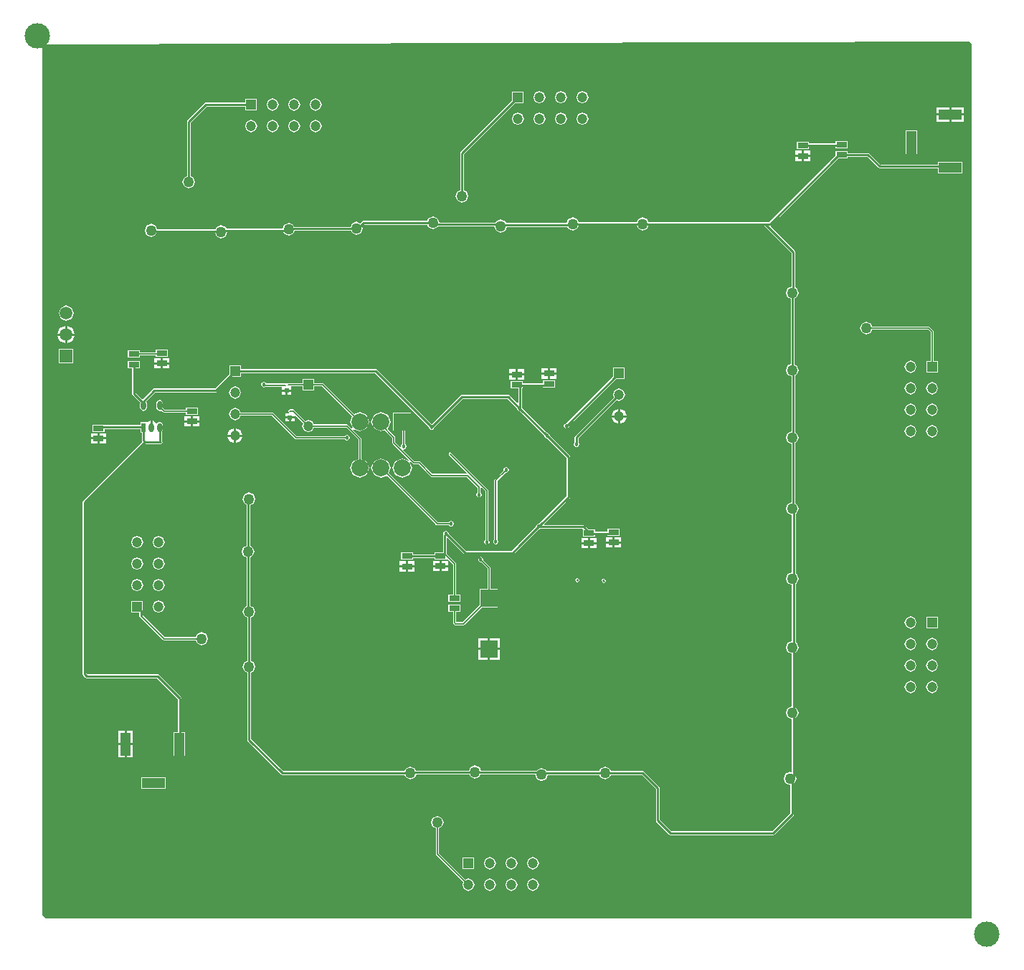
<source format=gbl>
G04*
G04 #@! TF.GenerationSoftware,Altium Limited,Altium Designer,19.1.5 (86)*
G04*
G04 Layer_Physical_Order=2*
G04 Layer_Color=16711680*
%FSLAX25Y25*%
%MOIN*%
G70*
G01*
G75*
%ADD12C,0.01000*%
%ADD13R,0.05118X0.02756*%
%ADD22R,0.02362X0.01968*%
%ADD45C,0.00700*%
%ADD46R,0.05906X0.05906*%
%ADD47C,0.05906*%
%ADD48C,0.07874*%
%ADD49R,0.07874X0.07874*%
%ADD50R,0.10630X0.04724*%
%ADD51R,0.04724X0.10630*%
%ADD52R,0.04724X0.04724*%
%ADD53C,0.04724*%
%ADD54R,0.04724X0.04724*%
%ADD55C,0.11811*%
%ADD56C,0.01800*%
%ADD57C,0.05000*%
%ADD58O,0.02362X0.04331*%
%ADD59R,0.02362X0.04331*%
G36*
X8805Y460500D02*
Y55500D01*
X10306Y54000D01*
X440805D01*
Y461000D01*
X439806Y462000D01*
X8805Y460500D01*
D02*
G37*
%LPC*%
G36*
X239806Y438881D02*
X241843Y438038D01*
X242687Y436000D01*
X241843Y433962D01*
X239806Y433118D01*
X237768Y433962D01*
X236924Y436000D01*
X237768Y438038D01*
X239806Y438881D01*
D02*
G37*
G36*
X249805D02*
X251843Y438038D01*
X252687Y436000D01*
X251843Y433962D01*
X249805Y433118D01*
X247768Y433962D01*
X246924Y436000D01*
X247768Y438038D01*
X249805Y438881D01*
D02*
G37*
G36*
X259805D02*
X261843Y438038D01*
X262687Y436000D01*
X261843Y433962D01*
X259805Y433118D01*
X257768Y433962D01*
X256924Y436000D01*
X257768Y438038D01*
X259805Y438881D01*
D02*
G37*
G36*
X115805Y435382D02*
X117843Y434538D01*
X118687Y432500D01*
X117843Y430462D01*
X115805Y429619D01*
X113768Y430462D01*
X112924Y432500D01*
X113768Y434538D01*
X115805Y435382D01*
D02*
G37*
G36*
X125805D02*
X127843Y434538D01*
X128687Y432500D01*
X127843Y430462D01*
X125805Y429619D01*
X123768Y430462D01*
X122924Y432500D01*
X123768Y434538D01*
X125805Y435382D01*
D02*
G37*
G36*
X135805D02*
X137843Y434538D01*
X138687Y432500D01*
X137843Y430462D01*
X135805Y429619D01*
X133768Y430462D01*
X132924Y432500D01*
X133768Y434538D01*
X135805Y435382D01*
D02*
G37*
G36*
X424490Y431335D02*
X430305D01*
Y428472D01*
X424490D01*
Y431335D01*
D02*
G37*
G36*
X431306D02*
X437120D01*
Y428472D01*
X431306D01*
Y431335D01*
D02*
G37*
G36*
X424490Y427472D02*
X430305D01*
Y424610D01*
X424490D01*
Y427472D01*
D02*
G37*
G36*
X431306D02*
X437120D01*
Y424610D01*
X431306D01*
Y427472D01*
D02*
G37*
G36*
X229805Y428882D02*
X231843Y428038D01*
X232687Y426000D01*
X231843Y423962D01*
X229805Y423118D01*
X227768Y423962D01*
X226924Y426000D01*
X227768Y428038D01*
X229805Y428882D01*
D02*
G37*
G36*
X239806D02*
X241843Y428038D01*
X242687Y426000D01*
X241843Y423962D01*
X239806Y423118D01*
X237768Y423962D01*
X236924Y426000D01*
X237768Y428038D01*
X239806Y428882D01*
D02*
G37*
G36*
X249805D02*
X251843Y428038D01*
X252687Y426000D01*
X251843Y423962D01*
X249805Y423118D01*
X247768Y423962D01*
X246924Y426000D01*
X247768Y428038D01*
X249805Y428882D01*
D02*
G37*
G36*
X259805D02*
X261843Y428038D01*
X262687Y426000D01*
X261843Y423962D01*
X259805Y423118D01*
X257768Y423962D01*
X256924Y426000D01*
X257768Y428038D01*
X259805Y428882D01*
D02*
G37*
G36*
X105806Y425382D02*
X107843Y424538D01*
X108687Y422500D01*
X107843Y420462D01*
X105806Y419619D01*
X103768Y420462D01*
X102924Y422500D01*
X103768Y424538D01*
X105806Y425382D01*
D02*
G37*
G36*
X115805D02*
X117843Y424538D01*
X118687Y422500D01*
X117843Y420462D01*
X115805Y419619D01*
X113768Y420462D01*
X112924Y422500D01*
X113768Y424538D01*
X115805Y425382D01*
D02*
G37*
G36*
X125805D02*
X127843Y424538D01*
X128687Y422500D01*
X127843Y420462D01*
X125805Y419619D01*
X123768Y420462D01*
X122924Y422500D01*
X123768Y424538D01*
X125805Y425382D01*
D02*
G37*
G36*
X135805D02*
X137843Y424538D01*
X138687Y422500D01*
X137843Y420462D01*
X135805Y419619D01*
X133768Y420462D01*
X132924Y422500D01*
X133768Y424538D01*
X135805Y425382D01*
D02*
G37*
G36*
X377447Y415540D02*
X383165D01*
Y412184D01*
X377447D01*
Y412746D01*
X365165D01*
Y411684D01*
X359447D01*
Y415040D01*
X365165D01*
Y414478D01*
X377447D01*
Y415540D01*
D02*
G37*
G36*
X410033Y420595D02*
X415357D01*
Y409365D01*
X410033D01*
Y420595D01*
D02*
G37*
G36*
X358747Y411016D02*
X361806D01*
Y409138D01*
X358747D01*
Y411016D01*
D02*
G37*
G36*
X362806D02*
X365865D01*
Y409138D01*
X362806D01*
Y411016D01*
D02*
G37*
G36*
X358747Y408138D02*
X361806D01*
Y406260D01*
X358747D01*
Y408138D01*
D02*
G37*
G36*
X362806D02*
X365865D01*
Y406260D01*
X362806D01*
Y408138D01*
D02*
G37*
G36*
X103143Y435162D02*
X108468D01*
Y429838D01*
X103143D01*
Y431634D01*
X85164D01*
X77671Y424141D01*
Y399172D01*
X78948Y398643D01*
X79836Y396500D01*
X78948Y394357D01*
X76806Y393469D01*
X74663Y394357D01*
X73775Y396500D01*
X74663Y398643D01*
X75940Y399172D01*
Y424500D01*
X76193Y425112D01*
X84193Y433112D01*
X84806Y433366D01*
X103143D01*
Y435162D01*
D02*
G37*
G36*
X227143Y438662D02*
X232468D01*
Y433338D01*
X228368D01*
X204671Y409641D01*
Y392672D01*
X205948Y392143D01*
X206836Y390000D01*
X205948Y387857D01*
X203805Y386969D01*
X201662Y387857D01*
X200775Y390000D01*
X201662Y392143D01*
X202940Y392672D01*
Y410000D01*
X203193Y410612D01*
X227143Y434562D01*
Y438662D01*
D02*
G37*
G36*
X377447Y410816D02*
X383165D01*
Y410004D01*
X392561D01*
X393174Y409750D01*
X398361Y404563D01*
X425190D01*
Y405831D01*
X436420D01*
Y400507D01*
X425190D01*
Y402831D01*
X398002D01*
X397390Y403085D01*
X392203Y408272D01*
X383165D01*
Y407460D01*
X378671D01*
X347599Y376388D01*
X347423Y376315D01*
X347305Y375725D01*
X358418Y364612D01*
X358671Y364000D01*
Y347465D01*
X359449Y347143D01*
X360336Y345000D01*
X359449Y342857D01*
X358421Y342431D01*
Y311568D01*
X359449Y311143D01*
X360336Y309000D01*
X359449Y306857D01*
X358671Y306535D01*
Y279965D01*
X359449Y279643D01*
X360336Y277500D01*
X359449Y275357D01*
X358671Y275035D01*
Y246965D01*
X359449Y246643D01*
X360336Y244500D01*
X359449Y242357D01*
X358921Y242139D01*
Y214361D01*
X359449Y214143D01*
X360336Y212000D01*
X359449Y209857D01*
X358921Y209639D01*
Y182361D01*
X359449Y182143D01*
X360336Y180000D01*
X359449Y177857D01*
X358853Y177610D01*
Y151890D01*
X359449Y151643D01*
X360336Y149500D01*
X359449Y147357D01*
X358891Y147126D01*
Y120074D01*
X359336Y119000D01*
X358449Y116857D01*
X358171Y116742D01*
Y102500D01*
X357918Y101888D01*
X348918Y92888D01*
X348306Y92634D01*
X300805D01*
X300193Y92888D01*
X294193Y98888D01*
X293940Y99500D01*
Y114141D01*
X287447Y120634D01*
X272977D01*
X272448Y119357D01*
X270305Y118469D01*
X268162Y119357D01*
X267634Y120634D01*
X243792D01*
X242949Y118597D01*
X240806Y117710D01*
X238663Y118597D01*
X237775Y120740D01*
X237679Y120884D01*
X212374D01*
X211948Y119857D01*
X209805Y118969D01*
X207663Y119857D01*
X207237Y120884D01*
X182581D01*
X181948Y119357D01*
X179806Y118469D01*
X177663Y119357D01*
X177134Y120634D01*
X120306D01*
X119693Y120888D01*
X104193Y136388D01*
X103940Y137000D01*
Y168328D01*
X102663Y168857D01*
X101775Y171000D01*
X102663Y173143D01*
X103940Y173672D01*
Y193828D01*
X102663Y194357D01*
X101775Y196500D01*
X102663Y198643D01*
X103690Y199068D01*
Y221724D01*
X102163Y222357D01*
X101275Y224500D01*
X102163Y226643D01*
X103690Y227276D01*
Y246431D01*
X102663Y246857D01*
X101775Y249000D01*
X102663Y251143D01*
X104806Y252031D01*
X106948Y251143D01*
X107836Y249000D01*
X106948Y246857D01*
X105421Y246224D01*
Y227068D01*
X106448Y226643D01*
X107336Y224500D01*
X106448Y222357D01*
X105421Y221932D01*
Y199276D01*
X106948Y198643D01*
X107836Y196500D01*
X106948Y194357D01*
X105671Y193828D01*
Y173672D01*
X106948Y173143D01*
X107836Y171000D01*
X106948Y168857D01*
X105671Y168328D01*
Y137359D01*
X120664Y122366D01*
X177134D01*
X177663Y123643D01*
X179806Y124531D01*
X181948Y123643D01*
X182374Y122616D01*
X207030D01*
X207663Y124143D01*
X209805Y125031D01*
X211948Y124143D01*
X212581Y122616D01*
X238552D01*
X238663Y122883D01*
X240806Y123771D01*
X242949Y122883D01*
X243163Y122366D01*
X267634D01*
X268162Y123643D01*
X270305Y124531D01*
X272448Y123643D01*
X272977Y122366D01*
X287806D01*
X288418Y122112D01*
X295418Y115112D01*
X295671Y114500D01*
Y99859D01*
X301164Y94366D01*
X347947D01*
X356440Y102859D01*
Y115880D01*
X356306Y115969D01*
X354163Y116857D01*
X353275Y119000D01*
X354163Y121143D01*
X356306Y122031D01*
X356744Y121849D01*
X357160Y122127D01*
Y146530D01*
X355163Y147357D01*
X354275Y149500D01*
X355163Y151643D01*
X357121Y152454D01*
Y177046D01*
X355163Y177857D01*
X354275Y180000D01*
X355163Y182143D01*
X357190Y182983D01*
Y209017D01*
X355163Y209857D01*
X354275Y212000D01*
X355163Y214143D01*
X357190Y214983D01*
Y241517D01*
X355163Y242357D01*
X354275Y244500D01*
X355163Y246643D01*
X356940Y247379D01*
Y274621D01*
X355163Y275357D01*
X354275Y277500D01*
X355163Y279643D01*
X356940Y280379D01*
Y306121D01*
X355163Y306857D01*
X354275Y309000D01*
X355163Y311143D01*
X356690Y311776D01*
Y342224D01*
X355163Y342857D01*
X354275Y345000D01*
X355163Y347143D01*
X356940Y347879D01*
Y363641D01*
X344447Y376134D01*
X290477D01*
X289949Y374857D01*
X287806Y373969D01*
X285663Y374857D01*
X285134Y376134D01*
X257978D01*
X257449Y374857D01*
X255306Y373969D01*
X253163Y374857D01*
X252841Y375634D01*
X224685D01*
X223949Y373857D01*
X221806Y372969D01*
X219662Y373857D01*
X218823Y375884D01*
X192667D01*
X192448Y375357D01*
X190305Y374469D01*
X188163Y375357D01*
X187634Y376634D01*
X158321D01*
X157500Y375813D01*
X157836Y375000D01*
X156948Y372857D01*
X154806Y371969D01*
X152663Y372857D01*
X152237Y373884D01*
X126081D01*
X125449Y372357D01*
X123305Y371469D01*
X121162Y372357D01*
X120878Y373043D01*
X94722D01*
X93949Y371176D01*
X91805Y370288D01*
X89662Y371176D01*
X88992Y372794D01*
X61836D01*
X61449Y371857D01*
X59306Y370969D01*
X57162Y371857D01*
X56275Y374000D01*
X57162Y376143D01*
X59306Y377031D01*
X61449Y376143D01*
X62119Y374525D01*
X89275D01*
X89662Y375462D01*
X91805Y376350D01*
X93949Y375462D01*
X94233Y374775D01*
X120389D01*
X121162Y376643D01*
X123305Y377531D01*
X125449Y376643D01*
X125874Y375616D01*
X152030D01*
X152663Y377143D01*
X154806Y378031D01*
X156547Y377309D01*
X157350Y378112D01*
X157962Y378366D01*
X187634D01*
X188163Y379643D01*
X190305Y380531D01*
X192448Y379643D01*
X193288Y377616D01*
X219444D01*
X219662Y378143D01*
X221806Y379031D01*
X223949Y378143D01*
X224270Y377366D01*
X252426D01*
X253163Y379143D01*
X255306Y380031D01*
X257449Y379143D01*
X257978Y377866D01*
X285134D01*
X285663Y379143D01*
X287806Y380031D01*
X289949Y379143D01*
X290477Y377866D01*
X346628D01*
X377447Y408684D01*
Y410816D01*
D02*
G37*
G36*
X19805Y339021D02*
X22295Y337990D01*
X23326Y335500D01*
X22295Y333010D01*
X19805Y331979D01*
X17316Y333010D01*
X16285Y335500D01*
X17316Y337990D01*
X19805Y339021D01*
D02*
G37*
G36*
X19306Y329571D02*
Y326000D01*
X15734D01*
X16780Y328525D01*
X19306Y329571D01*
D02*
G37*
G36*
X20305D02*
X22831Y328525D01*
X23877Y326000D01*
X20305D01*
Y329571D01*
D02*
G37*
G36*
X391806Y331531D02*
X393949Y330643D01*
X394545Y329204D01*
X420806D01*
X421303Y328997D01*
X422803Y327498D01*
X423009Y327000D01*
Y313162D01*
X424968D01*
Y307838D01*
X419643D01*
Y313162D01*
X421602D01*
Y326709D01*
X420514Y327797D01*
X394545D01*
X393949Y326357D01*
X391806Y325469D01*
X389663Y326357D01*
X388775Y328500D01*
X389663Y330643D01*
X391806Y331531D01*
D02*
G37*
G36*
X15734Y325000D02*
X19306D01*
Y321429D01*
X16780Y322475D01*
X15734Y325000D01*
D02*
G37*
G36*
X20305D02*
X23877D01*
X22831Y322475D01*
X20305Y321429D01*
Y325000D01*
D02*
G37*
G36*
X61446Y318540D02*
X67164D01*
Y315184D01*
X61446D01*
Y315909D01*
X54164D01*
Y314684D01*
X48446D01*
Y318040D01*
X54164D01*
Y317316D01*
X61446D01*
Y318540D01*
D02*
G37*
G36*
X60747Y314516D02*
X63806D01*
Y312638D01*
X60747D01*
Y314516D01*
D02*
G37*
G36*
X64806D02*
X67865D01*
Y312638D01*
X64806D01*
Y314516D01*
D02*
G37*
G36*
X16553Y318753D02*
X23058D01*
Y312247D01*
X16553D01*
Y318753D01*
D02*
G37*
G36*
X60747Y311638D02*
X63806D01*
Y309760D01*
X60747D01*
Y311638D01*
D02*
G37*
G36*
X64806D02*
X67865D01*
Y309760D01*
X64806D01*
Y311638D01*
D02*
G37*
G36*
X240746Y309740D02*
X243806D01*
Y307862D01*
X240746D01*
Y309740D01*
D02*
G37*
G36*
X244806D02*
X247865D01*
Y307862D01*
X244806D01*
Y309740D01*
D02*
G37*
G36*
X412305Y313382D02*
X414343Y312538D01*
X415187Y310500D01*
X414343Y308462D01*
X412305Y307618D01*
X410268Y308462D01*
X409424Y310500D01*
X410268Y312538D01*
X412305Y313382D01*
D02*
G37*
G36*
X225746Y309378D02*
X228805D01*
Y307500D01*
X225746D01*
Y309378D01*
D02*
G37*
G36*
X229805D02*
X232865D01*
Y307500D01*
X229805D01*
Y309378D01*
D02*
G37*
G36*
X240746Y306862D02*
X243806D01*
Y304984D01*
X240746D01*
Y306862D01*
D02*
G37*
G36*
X244806D02*
X247865D01*
Y304984D01*
X244806D01*
Y306862D01*
D02*
G37*
G36*
X225746Y306500D02*
X228805D01*
Y304622D01*
X225746D01*
Y306500D01*
D02*
G37*
G36*
X229805D02*
X232865D01*
Y304622D01*
X229805D01*
Y306500D01*
D02*
G37*
G36*
X129643Y304954D02*
X134968D01*
Y302995D01*
X139014D01*
X139512Y302789D01*
X153766Y288534D01*
X156306Y289586D01*
X159548Y288243D01*
X160892Y285000D01*
X159548Y281757D01*
X156306Y280414D01*
X153383Y281624D01*
X153100Y281200D01*
X156803Y277498D01*
X157009Y277000D01*
Y267641D01*
X159548Y266589D01*
X160892Y263347D01*
X159548Y260104D01*
X156306Y258760D01*
X153063Y260104D01*
X151719Y263347D01*
X153063Y266589D01*
X155602Y267641D01*
Y276709D01*
X150014Y282296D01*
X134896D01*
X134343Y280962D01*
X132306Y280118D01*
X130268Y280962D01*
X129424Y283000D01*
X129976Y284334D01*
X126449Y287862D01*
X125987Y287671D01*
Y287500D01*
X123805D01*
X121624D01*
Y288984D01*
X123253D01*
X123352Y289484D01*
X123308Y289503D01*
X123102Y290000D01*
X123308Y290497D01*
X123805Y290704D01*
X125305D01*
X125803Y290497D01*
X130972Y285329D01*
X132306Y285881D01*
X134343Y285038D01*
X134896Y283703D01*
X150305D01*
X150803Y283498D01*
X152506Y281795D01*
X152930Y282078D01*
X151719Y285000D01*
X152771Y287539D01*
X138723Y301588D01*
X134968D01*
Y299629D01*
X129643D01*
Y301588D01*
X124944D01*
X124487Y301484D01*
Y300000D01*
X122306D01*
X120124D01*
Y301296D01*
X112539D01*
X111805Y300992D01*
X110887Y301373D01*
X110507Y302291D01*
X110887Y303210D01*
X111805Y303590D01*
X112724Y303210D01*
X112934Y302703D01*
X121806D01*
X122303Y302498D01*
X122468Y302671D01*
X122517Y302789D01*
X123014Y302995D01*
X129643D01*
Y304954D01*
D02*
G37*
G36*
X412305Y303381D02*
X414343Y302538D01*
X415187Y300500D01*
X414343Y298462D01*
X412305Y297619D01*
X410268Y298462D01*
X409424Y300500D01*
X410268Y302538D01*
X412305Y303381D01*
D02*
G37*
G36*
X422305D02*
X424343Y302538D01*
X425187Y300500D01*
X424343Y298462D01*
X422305Y297619D01*
X420268Y298462D01*
X419424Y300500D01*
X420268Y302538D01*
X422305Y303381D01*
D02*
G37*
G36*
X120124Y299000D02*
X121806D01*
Y297516D01*
X120124D01*
Y299000D01*
D02*
G37*
G36*
X122806D02*
X124487D01*
Y297516D01*
X122806D01*
Y299000D01*
D02*
G37*
G36*
X98305Y301381D02*
X100343Y300538D01*
X101187Y298500D01*
X100343Y296462D01*
X98305Y295619D01*
X96268Y296462D01*
X95424Y298500D01*
X96268Y300538D01*
X98305Y301381D01*
D02*
G37*
G36*
X48446Y313316D02*
X54164D01*
Y309960D01*
X52171D01*
Y298343D01*
X55298Y295217D01*
X60193Y300112D01*
X60805Y300366D01*
X88947D01*
X95643Y307062D01*
Y311162D01*
X100968D01*
Y309366D01*
X163805D01*
X164418Y309112D01*
X189753Y283777D01*
X189805Y283799D01*
X189858Y283777D01*
X203193Y297112D01*
X203805Y297366D01*
X225306D01*
X225918Y297112D01*
X229478Y293552D01*
X229940Y293744D01*
Y300598D01*
X226447D01*
Y303954D01*
X232165D01*
Y302754D01*
X241446D01*
Y304316D01*
X247165D01*
Y300960D01*
X241446D01*
Y301022D01*
X232165D01*
Y300598D01*
X231671D01*
Y291940D01*
X231724Y291918D01*
X232104Y291000D01*
X232083Y290948D01*
X243253Y279777D01*
X243305Y279799D01*
X244224Y279418D01*
X244604Y278500D01*
X244583Y278448D01*
X253918Y269112D01*
X254171Y268500D01*
Y250000D01*
X253918Y249388D01*
X241923Y237393D01*
X242114Y236931D01*
X260240D01*
X260853Y236678D01*
X262628Y234902D01*
X265665D01*
Y233866D01*
X271446D01*
Y235178D01*
X277165D01*
Y231822D01*
X271446D01*
Y232134D01*
X265665D01*
Y231546D01*
X259946D01*
Y234902D01*
X259569Y235199D01*
X240311D01*
X240289Y235147D01*
X239371Y234766D01*
X239318Y234788D01*
X231418Y226888D01*
X231418Y226888D01*
X227918Y223388D01*
X227306Y223134D01*
X205306D01*
X204693Y223388D01*
X197192Y230889D01*
X196730Y230697D01*
Y223507D01*
X200803Y219434D01*
X201009Y218937D01*
Y204540D01*
X203165D01*
Y201184D01*
X197447D01*
Y204540D01*
X199602D01*
Y218646D01*
X197126Y221121D01*
X196665Y220930D01*
Y220822D01*
X190946D01*
Y221565D01*
X181165D01*
Y220684D01*
X175446D01*
Y222346D01*
X175440Y222362D01*
X175446Y222379D01*
Y224040D01*
X181165D01*
Y223297D01*
X190946D01*
Y224178D01*
X194999D01*
Y232343D01*
X195139Y232681D01*
X195007Y233000D01*
X195387Y233918D01*
X196306Y234299D01*
X197224Y233918D01*
X197604Y233000D01*
X197583Y232947D01*
X205664Y224866D01*
X226947D01*
X230193Y228112D01*
X230193Y228112D01*
X238094Y236013D01*
X238072Y236065D01*
X238452Y236984D01*
X239371Y237364D01*
X239423Y237342D01*
X252440Y250359D01*
Y268141D01*
X243358Y277223D01*
X243305Y277201D01*
X242387Y277582D01*
X242007Y278500D01*
X242028Y278553D01*
X230858Y289723D01*
X230805Y289701D01*
X229887Y290082D01*
X229507Y291000D01*
X229528Y291053D01*
X224947Y295634D01*
X204164D01*
X191083Y282553D01*
X191104Y282500D01*
X190724Y281582D01*
X189805Y281201D01*
X188887Y281582D01*
X188507Y282500D01*
X188528Y282553D01*
X163447Y307634D01*
X100968D01*
Y305838D01*
X96868D01*
X89918Y298888D01*
X89306Y298634D01*
X61164D01*
X57000Y294470D01*
X57409Y293484D01*
Y291516D01*
X56939Y290382D01*
X55805Y289913D01*
X54672Y290382D01*
X54202Y291516D01*
Y293484D01*
X54313Y293752D01*
X50693Y297372D01*
X50440Y297984D01*
Y309960D01*
X48446D01*
Y313316D01*
D02*
G37*
G36*
X63286Y295087D02*
X64419Y294618D01*
X64889Y293484D01*
Y291516D01*
X64819Y291346D01*
X65599Y290566D01*
X75446D01*
Y291540D01*
X81164D01*
Y288184D01*
X75446D01*
Y289159D01*
X65308D01*
X64811Y289365D01*
X63977Y290199D01*
X63286Y289913D01*
X62152Y290382D01*
X61683Y291516D01*
Y293484D01*
X62152Y294618D01*
X63286Y295087D01*
D02*
G37*
G36*
X276306Y290932D02*
Y288000D01*
X273373D01*
X274232Y290073D01*
X276306Y290932D01*
D02*
G37*
G36*
X277306D02*
X279379Y290073D01*
X280238Y288000D01*
X277306D01*
Y290932D01*
D02*
G37*
G36*
X412305Y293382D02*
X414343Y292538D01*
X415187Y290500D01*
X414343Y288462D01*
X412305Y287618D01*
X410268Y288462D01*
X409424Y290500D01*
X410268Y292538D01*
X412305Y293382D01*
D02*
G37*
G36*
X422305D02*
X424343Y292538D01*
X425187Y290500D01*
X424343Y288462D01*
X422305Y287618D01*
X420268Y288462D01*
X419424Y290500D01*
X420268Y292538D01*
X422305Y293382D01*
D02*
G37*
G36*
X74747Y287516D02*
X77806D01*
Y285638D01*
X74747D01*
Y287516D01*
D02*
G37*
G36*
X78806D02*
X81865D01*
Y285638D01*
X78806D01*
Y287516D01*
D02*
G37*
G36*
X98305Y291382D02*
X100343Y290538D01*
X100896Y289204D01*
X115749D01*
X116246Y288998D01*
X127040Y278204D01*
X149298D01*
X149387Y278418D01*
X150305Y278799D01*
X151224Y278418D01*
X151604Y277500D01*
X151224Y276582D01*
X150305Y276201D01*
X149387Y276582D01*
X149298Y276797D01*
X126749D01*
X126251Y277003D01*
X115457Y287796D01*
X100896D01*
X100343Y286462D01*
X98305Y285618D01*
X96268Y286462D01*
X95424Y288500D01*
X96268Y290538D01*
X98305Y291382D01*
D02*
G37*
G36*
X121624Y286500D02*
X123305D01*
Y285016D01*
X121624D01*
Y286500D01*
D02*
G37*
G36*
X124305D02*
X125987D01*
Y285016D01*
X124305D01*
Y286500D01*
D02*
G37*
G36*
X273373Y287000D02*
X276306D01*
Y284068D01*
X274232Y284927D01*
X273373Y287000D01*
D02*
G37*
G36*
X277306D02*
X280238D01*
X279379Y284927D01*
X277306Y284068D01*
Y287000D01*
D02*
G37*
G36*
X74747Y284638D02*
X77806D01*
Y282760D01*
X74747D01*
Y284638D01*
D02*
G37*
G36*
X78806D02*
X81865D01*
Y282760D01*
X78806D01*
Y284638D01*
D02*
G37*
G36*
X59046Y285402D02*
Y282264D01*
X60046D01*
Y285402D01*
X61215Y284917D01*
X61545Y284122D01*
X62045D01*
X62152Y284382D01*
X63286Y284851D01*
X64419Y284382D01*
X64889Y283248D01*
Y281279D01*
X64419Y280146D01*
X64412Y280143D01*
Y275918D01*
X64586Y275500D01*
X64332Y274888D01*
X63720Y274634D01*
X56750D01*
X29171Y247056D01*
Y167859D01*
X29664Y167366D01*
X62305D01*
X62918Y167112D01*
X73221Y156809D01*
X73475Y156197D01*
Y140615D01*
X74968D01*
Y129385D01*
X69643D01*
Y140615D01*
X71743D01*
Y155838D01*
X61947Y165634D01*
X29305D01*
X28693Y165888D01*
X27693Y166888D01*
X27440Y167500D01*
Y247414D01*
X27693Y248026D01*
X55178Y275511D01*
X54940Y276086D01*
Y279798D01*
X54324D01*
Y281634D01*
X37665D01*
Y280322D01*
X31946D01*
Y283678D01*
X37665D01*
Y283366D01*
X54324D01*
Y284729D01*
X57287D01*
Y284729D01*
X57759Y284635D01*
X57876Y284917D01*
X59046Y285402D01*
D02*
G37*
G36*
X274143Y310162D02*
X279468D01*
Y304838D01*
X275368D01*
X253583Y283052D01*
X253604Y283000D01*
X253224Y282082D01*
X252306Y281701D01*
X251387Y282082D01*
X251007Y283000D01*
X251387Y283918D01*
X252306Y284299D01*
X252358Y284277D01*
X274143Y306062D01*
Y310162D01*
D02*
G37*
G36*
X97806Y281932D02*
Y279000D01*
X94873D01*
X95732Y281073D01*
X97806Y281932D01*
D02*
G37*
G36*
X98805D02*
X100879Y281073D01*
X101738Y279000D01*
X98805D01*
Y281932D01*
D02*
G37*
G36*
X31246Y279654D02*
X34306D01*
Y277776D01*
X31246D01*
Y279654D01*
D02*
G37*
G36*
X35306D02*
X38365D01*
Y277776D01*
X35306D01*
Y279654D01*
D02*
G37*
G36*
X412305Y283382D02*
X414343Y282538D01*
X415187Y280500D01*
X414343Y278462D01*
X412305Y277619D01*
X410268Y278462D01*
X409424Y280500D01*
X410268Y282538D01*
X412305Y283382D01*
D02*
G37*
G36*
X422305D02*
X424343Y282538D01*
X425187Y280500D01*
X424343Y278462D01*
X422305Y277619D01*
X420268Y278462D01*
X419424Y280500D01*
X420268Y282538D01*
X422305Y283382D01*
D02*
G37*
G36*
X94873Y278000D02*
X97806D01*
Y275068D01*
X95732Y275927D01*
X94873Y278000D01*
D02*
G37*
G36*
X98805D02*
X101738D01*
X100879Y275927D01*
X98805Y275068D01*
Y278000D01*
D02*
G37*
G36*
X31246Y276776D02*
X34306D01*
Y274898D01*
X31246D01*
Y276776D01*
D02*
G37*
G36*
X35306D02*
X38365D01*
Y274898D01*
X35306D01*
Y276776D01*
D02*
G37*
G36*
X166148Y289586D02*
X169391Y288243D01*
X170734Y285000D01*
X169391Y281757D01*
X169333Y281467D01*
X172678Y278122D01*
X172884Y277625D01*
Y275416D01*
X175082Y273218D01*
X175507Y273500D01*
X175887Y274418D01*
X176102Y274507D01*
Y280763D01*
X171754D01*
Y289237D01*
X180227D01*
Y280763D01*
X177509D01*
Y274507D01*
X177724Y274418D01*
X178104Y273500D01*
X177724Y272582D01*
X176805Y272201D01*
X176524Y271777D01*
X181722Y266579D01*
X183931D01*
X184428Y266372D01*
X190097Y260703D01*
X205900D01*
X206107Y261204D01*
X197808Y269502D01*
X197602Y270000D01*
X197808Y270497D01*
X198305Y270704D01*
X198803Y270497D01*
X215803Y253498D01*
X216009Y253000D01*
Y230008D01*
X216224Y229918D01*
X216604Y229000D01*
X216224Y228082D01*
X215305Y227701D01*
X214387Y228082D01*
X214007Y229000D01*
X214387Y229918D01*
X214602Y230008D01*
Y252709D01*
X213009Y254302D01*
X212509Y254094D01*
Y252008D01*
X212724Y251918D01*
X213104Y251000D01*
X212724Y250082D01*
X211806Y249701D01*
X210887Y250082D01*
X210507Y251000D01*
X210887Y251918D01*
X211102Y252008D01*
Y254209D01*
X206014Y259296D01*
X189805D01*
X189308Y259503D01*
X183639Y265172D01*
X181430D01*
X180933Y265377D01*
X179812Y266498D01*
X179388Y266215D01*
X180577Y263347D01*
X179233Y260104D01*
X175990Y258760D01*
X172748Y260104D01*
X171404Y263347D01*
X172748Y266589D01*
X175990Y267933D01*
X178859Y266744D01*
X179142Y267168D01*
X171683Y274627D01*
X171477Y275125D01*
Y277334D01*
X167738Y281072D01*
X166148Y280414D01*
X162905Y281757D01*
X161562Y285000D01*
X162905Y288243D01*
X166148Y289586D01*
D02*
G37*
G36*
X276805Y300381D02*
X278843Y299538D01*
X279687Y297500D01*
X278843Y295462D01*
X276805Y294619D01*
X275634Y295104D01*
X257899Y277369D01*
Y275332D01*
X257951Y275310D01*
X258332Y274392D01*
X257951Y273474D01*
X257033Y273093D01*
X256115Y273474D01*
X255734Y274392D01*
X256115Y275310D01*
X256167Y275332D01*
Y277727D01*
X256421Y278340D01*
X274409Y296328D01*
X273924Y297500D01*
X274768Y299538D01*
X276805Y300381D01*
D02*
G37*
G36*
X166148Y267933D02*
X169391Y266589D01*
X170734Y263347D01*
X169773Y261027D01*
X192597Y238204D01*
X197798D01*
X197887Y238418D01*
X198805Y238799D01*
X199724Y238418D01*
X200104Y237500D01*
X199724Y236582D01*
X198805Y236201D01*
X197887Y236582D01*
X197798Y236796D01*
X192306D01*
X191808Y237002D01*
X168907Y259903D01*
X166148Y258760D01*
X162905Y260104D01*
X161562Y263347D01*
X162905Y266589D01*
X166148Y267933D01*
D02*
G37*
G36*
X270746Y231153D02*
X273805D01*
Y229276D01*
X270746D01*
Y231153D01*
D02*
G37*
G36*
X274805D02*
X277865D01*
Y229276D01*
X274805D01*
Y231153D01*
D02*
G37*
G36*
X259246Y230878D02*
X262305D01*
Y229000D01*
X259246D01*
Y230878D01*
D02*
G37*
G36*
X263305D02*
X266365D01*
Y229000D01*
X263305D01*
Y230878D01*
D02*
G37*
G36*
X224306Y263799D02*
X225224Y263418D01*
X225604Y262500D01*
X225224Y261582D01*
X224306Y261201D01*
X224091Y261290D01*
X220259Y257459D01*
Y230258D01*
X220474Y230168D01*
X220854Y229250D01*
X220474Y228332D01*
X219555Y227951D01*
X218637Y228332D01*
X218257Y229250D01*
X218637Y230168D01*
X218852Y230258D01*
Y257750D01*
X219058Y258247D01*
X223096Y262285D01*
X223007Y262500D01*
X223387Y263418D01*
X224306Y263799D01*
D02*
G37*
G36*
X270746Y228276D02*
X273805D01*
Y226398D01*
X270746D01*
Y228276D01*
D02*
G37*
G36*
X274805D02*
X277865D01*
Y226398D01*
X274805D01*
Y228276D01*
D02*
G37*
G36*
X259246Y228000D02*
X262305D01*
Y226122D01*
X259246D01*
Y228000D01*
D02*
G37*
G36*
X263305D02*
X266365D01*
Y226122D01*
X263305D01*
Y228000D01*
D02*
G37*
G36*
X52806Y231881D02*
X54843Y231038D01*
X55687Y229000D01*
X54843Y226962D01*
X52806Y226118D01*
X50768Y226962D01*
X49924Y229000D01*
X50768Y231038D01*
X52806Y231881D01*
D02*
G37*
G36*
X62805D02*
X64843Y231038D01*
X65687Y229000D01*
X64843Y226962D01*
X62805Y226118D01*
X60768Y226962D01*
X59924Y229000D01*
X60768Y231038D01*
X62805Y231881D01*
D02*
G37*
G36*
X212556Y222049D02*
X213474Y221668D01*
X213854Y220750D01*
X213765Y220535D01*
X216803Y217497D01*
X217009Y217000D01*
Y207048D01*
X220543D01*
Y198574D01*
X213064D01*
X204992Y190503D01*
X204495Y190296D01*
X200891D01*
X200394Y190503D01*
X199808Y191088D01*
X199602Y191586D01*
Y196460D01*
X197447D01*
Y199816D01*
X203165D01*
Y196460D01*
X201009D01*
Y191877D01*
X201183Y191703D01*
X204203D01*
X212069Y199569D01*
Y207048D01*
X215602D01*
Y216709D01*
X212770Y219540D01*
X212556Y219451D01*
X211637Y219832D01*
X211257Y220750D01*
X211637Y221668D01*
X212556Y222049D01*
D02*
G37*
G36*
X190246Y220153D02*
X193306D01*
Y218276D01*
X190246D01*
Y220153D01*
D02*
G37*
G36*
X194306D02*
X197365D01*
Y218276D01*
X194306D01*
Y220153D01*
D02*
G37*
G36*
X174747Y220016D02*
X177805D01*
Y218138D01*
X174747D01*
Y220016D01*
D02*
G37*
G36*
X178805D02*
X181865D01*
Y218138D01*
X178805D01*
Y220016D01*
D02*
G37*
G36*
X52806Y221882D02*
X54843Y221038D01*
X55687Y219000D01*
X54843Y216962D01*
X52806Y216119D01*
X50768Y216962D01*
X49924Y219000D01*
X50768Y221038D01*
X52806Y221882D01*
D02*
G37*
G36*
X62805D02*
X64843Y221038D01*
X65687Y219000D01*
X64843Y216962D01*
X62805Y216119D01*
X60768Y216962D01*
X59924Y219000D01*
X60768Y221038D01*
X62805Y221882D01*
D02*
G37*
G36*
X190246Y217276D02*
X193306D01*
Y215398D01*
X190246D01*
Y217276D01*
D02*
G37*
G36*
X194306D02*
X197365D01*
Y215398D01*
X194306D01*
Y217276D01*
D02*
G37*
G36*
X174747Y217138D02*
X177805D01*
Y215260D01*
X174747D01*
Y217138D01*
D02*
G37*
G36*
X178805D02*
X181865D01*
Y215260D01*
X178805D01*
Y217138D01*
D02*
G37*
G36*
X257306Y212228D02*
X257918Y211975D01*
X258168Y211724D01*
X258421Y211112D01*
X258168Y210500D01*
X257556Y210246D01*
X256943Y210500D01*
X256693Y210750D01*
X256440Y211362D01*
X256693Y211975D01*
X257306Y212228D01*
D02*
G37*
G36*
X269555Y211978D02*
X270168Y211724D01*
X270418Y211474D01*
X270671Y210862D01*
X270418Y210250D01*
X269806Y209996D01*
X269193Y210250D01*
X268943Y210500D01*
X268690Y211112D01*
X268943Y211724D01*
X269555Y211978D01*
D02*
G37*
G36*
X52806Y211881D02*
X54843Y211038D01*
X55687Y209000D01*
X54843Y206962D01*
X52806Y206118D01*
X50768Y206962D01*
X49924Y209000D01*
X50768Y211038D01*
X52806Y211881D01*
D02*
G37*
G36*
X62805D02*
X64843Y211038D01*
X65687Y209000D01*
X64843Y206962D01*
X62805Y206118D01*
X60768Y206962D01*
X59924Y209000D01*
X60768Y211038D01*
X62805Y211881D01*
D02*
G37*
G36*
Y201882D02*
X64843Y201038D01*
X65687Y199000D01*
X64843Y196962D01*
X62805Y196118D01*
X60768Y196962D01*
X59924Y199000D01*
X60768Y201038D01*
X62805Y201882D01*
D02*
G37*
G36*
X419643Y194162D02*
X424968D01*
Y188838D01*
X419643D01*
Y194162D01*
D02*
G37*
G36*
X412305Y194381D02*
X414343Y193538D01*
X415187Y191500D01*
X414343Y189462D01*
X412305Y188619D01*
X410268Y189462D01*
X409424Y191500D01*
X410268Y193538D01*
X412305Y194381D01*
D02*
G37*
G36*
X50143Y201662D02*
X55468D01*
Y197297D01*
X55534Y197138D01*
Y194767D01*
X65597Y184704D01*
X80066D01*
X80663Y186143D01*
X82806Y187031D01*
X84948Y186143D01*
X85836Y184000D01*
X84948Y181857D01*
X82806Y180969D01*
X80663Y181857D01*
X80066Y183297D01*
X65306D01*
X64808Y183502D01*
X54447Y193863D01*
X54055Y194026D01*
X53802Y194638D01*
Y196338D01*
X50143D01*
Y201662D01*
D02*
G37*
G36*
X211368Y184126D02*
X215806D01*
Y179689D01*
X211368D01*
Y184126D01*
D02*
G37*
G36*
X216806D02*
X221242D01*
Y179689D01*
X216806D01*
Y184126D01*
D02*
G37*
G36*
X412305Y184381D02*
X414343Y183538D01*
X415187Y181500D01*
X414343Y179462D01*
X412305Y178619D01*
X410268Y179462D01*
X409424Y181500D01*
X410268Y183538D01*
X412305Y184381D01*
D02*
G37*
G36*
X422305D02*
X424343Y183538D01*
X425187Y181500D01*
X424343Y179462D01*
X422305Y178619D01*
X420268Y179462D01*
X419424Y181500D01*
X420268Y183538D01*
X422305Y184381D01*
D02*
G37*
G36*
X211368Y178689D02*
X215806D01*
Y174252D01*
X211368D01*
Y178689D01*
D02*
G37*
G36*
X216806D02*
X221242D01*
Y174252D01*
X216806D01*
Y178689D01*
D02*
G37*
G36*
X412305Y174381D02*
X414343Y173538D01*
X415187Y171500D01*
X414343Y169462D01*
X412305Y168619D01*
X410268Y169462D01*
X409424Y171500D01*
X410268Y173538D01*
X412305Y174381D01*
D02*
G37*
G36*
X422305D02*
X424343Y173538D01*
X425187Y171500D01*
X424343Y169462D01*
X422305Y168619D01*
X420268Y169462D01*
X419424Y171500D01*
X420268Y173538D01*
X422305Y174381D01*
D02*
G37*
G36*
X412305Y164382D02*
X414343Y163538D01*
X415187Y161500D01*
X414343Y159462D01*
X412305Y158618D01*
X410268Y159462D01*
X409424Y161500D01*
X410268Y163538D01*
X412305Y164382D01*
D02*
G37*
G36*
X422305D02*
X424343Y163538D01*
X425187Y161500D01*
X424343Y159462D01*
X422305Y158618D01*
X420268Y159462D01*
X419424Y161500D01*
X420268Y163538D01*
X422305Y164382D01*
D02*
G37*
G36*
X44140Y141315D02*
X47002D01*
Y135500D01*
X44140D01*
Y141315D01*
D02*
G37*
G36*
X48002D02*
X50865D01*
Y135500D01*
X48002D01*
Y141315D01*
D02*
G37*
G36*
X44140Y134500D02*
X47002D01*
Y128685D01*
X44140D01*
Y134500D01*
D02*
G37*
G36*
X48002D02*
X50865D01*
Y128685D01*
X48002D01*
Y134500D01*
D02*
G37*
G36*
X54879Y119552D02*
X66109D01*
Y114228D01*
X54879D01*
Y119552D01*
D02*
G37*
G36*
X204143Y82162D02*
X209468D01*
Y76838D01*
X204143D01*
Y82162D01*
D02*
G37*
G36*
X216806Y82381D02*
X218843Y81538D01*
X219687Y79500D01*
X218843Y77462D01*
X216806Y76618D01*
X214768Y77462D01*
X213924Y79500D01*
X214768Y81538D01*
X216806Y82381D01*
D02*
G37*
G36*
X226805D02*
X228843Y81538D01*
X229687Y79500D01*
X228843Y77462D01*
X226805Y76618D01*
X224768Y77462D01*
X223924Y79500D01*
X224768Y81538D01*
X226805Y82381D01*
D02*
G37*
G36*
X236806D02*
X238843Y81538D01*
X239687Y79500D01*
X238843Y77462D01*
X236806Y76618D01*
X234768Y77462D01*
X233924Y79500D01*
X234768Y81538D01*
X236806Y82381D01*
D02*
G37*
G36*
X192306Y101531D02*
X194448Y100643D01*
X195336Y98500D01*
X194448Y96357D01*
X193009Y95761D01*
Y84291D01*
X205471Y71829D01*
X206805Y72382D01*
X208843Y71538D01*
X209687Y69500D01*
X208843Y67462D01*
X206805Y66619D01*
X204768Y67462D01*
X203924Y69500D01*
X204476Y70834D01*
X191808Y83503D01*
X191602Y84000D01*
Y95761D01*
X190163Y96357D01*
X189275Y98500D01*
X190163Y100643D01*
X192306Y101531D01*
D02*
G37*
G36*
X216806Y72382D02*
X218843Y71538D01*
X219687Y69500D01*
X218843Y67462D01*
X216806Y66619D01*
X214768Y67462D01*
X213924Y69500D01*
X214768Y71538D01*
X216806Y72382D01*
D02*
G37*
G36*
X226805D02*
X228843Y71538D01*
X229687Y69500D01*
X228843Y67462D01*
X226805Y66619D01*
X224768Y67462D01*
X223924Y69500D01*
X224768Y71538D01*
X226805Y72382D01*
D02*
G37*
G36*
X236806D02*
X238843Y71538D01*
X239687Y69500D01*
X238843Y67462D01*
X236806Y66619D01*
X234768Y67462D01*
X233924Y69500D01*
X234768Y71538D01*
X236806Y72382D01*
D02*
G37*
%LPD*%
D12*
X362556Y413612D02*
X362305Y413362D01*
X380055Y413612D02*
X362556D01*
X380306Y413862D02*
X380055Y413612D01*
X263305Y233000D02*
X260240Y236065D01*
X273306Y233000D02*
X263305D01*
X231556Y301888D02*
X230805Y301138D01*
X176805Y284185D02*
X175990Y285000D01*
X163805Y308500D02*
X98305D01*
X189805Y282500D02*
X163805Y308500D01*
X98305D02*
X89306Y299500D01*
X60805D02*
X55298Y293992D01*
X89306Y299500D02*
X60805D01*
X51556Y316612D02*
X51306Y316362D01*
X64306Y316862D02*
X64056Y316612D01*
X428305Y403697D02*
X398002D01*
X346987Y377000D02*
X344806D01*
X379124Y409138D02*
X346987Y377000D01*
X380306Y409138D02*
X379124D01*
X357556Y308250D02*
Y344750D01*
X357805Y244500D02*
Y308000D01*
X270305Y121500D02*
X240806D01*
X357306Y102500D02*
Y119500D01*
X398002Y403697D02*
X392561Y409138D01*
X380306D01*
X55298Y293992D02*
X51306Y297984D01*
X55805Y293484D02*
X55298Y293992D01*
X55569Y282500D02*
X34806D01*
X56391Y275500D02*
X28306Y247414D01*
Y167500D02*
Y247414D01*
X29305Y166500D02*
X28306Y167500D01*
X62305Y166500D02*
X29305D01*
X72609Y156197D02*
X62305Y166500D01*
X72609Y139500D02*
Y156197D01*
X51306Y297984D02*
Y311638D01*
X63547Y275500D02*
X56391D01*
X63720D02*
X63547D01*
Y282003D01*
X63286Y282264D01*
X56391Y275500D02*
X55805Y276086D01*
Y282264D01*
X55569Y282500D01*
X72609Y139500D02*
X72109Y139000D01*
X196306Y232784D02*
Y233000D01*
Y232784D02*
X195865Y232343D01*
Y223378D02*
Y232343D01*
Y223378D02*
X194987Y222500D01*
X193806D01*
X178374Y222431D02*
X178305Y222362D01*
X193737Y222431D02*
X178374D01*
X193806Y222500D02*
X193737Y222431D01*
X205306Y224000D02*
X196306Y233000D01*
X227306Y224000D02*
X205306D01*
X230805Y227500D02*
X227306Y224000D01*
X230805Y227500D02*
Y227500D01*
X239371Y236065D02*
X230805Y227500D01*
X253306Y250000D02*
X239371Y236065D01*
X253306Y250000D02*
Y268500D01*
X243305Y278500D01*
X276805Y307500D02*
X252306Y283000D01*
X274306Y233500D02*
X273124D01*
X260240Y236065D02*
X239371D01*
X276805Y297500D02*
X257033Y277727D01*
Y274392D02*
Y277727D01*
X225306Y296500D02*
X203805D01*
X189805Y282500D01*
X230805Y291000D02*
X225306Y296500D01*
X243305Y278500D02*
X230805Y291000D01*
Y301138D01*
X243555Y301888D02*
X231556D01*
X243806Y302138D02*
X243555Y301888D01*
X176374Y222431D02*
X176305Y222362D01*
X257556Y211112D02*
X257306Y211362D01*
X269806Y210862D02*
X269555Y211112D01*
X104806Y249000D02*
X104555Y248750D01*
Y224750D02*
Y248750D01*
Y224750D02*
X104306Y224500D01*
X91805Y373319D02*
X91465Y373659D01*
X59646D01*
X59306Y374000D01*
X104806Y137000D02*
Y171000D01*
X120306Y121500D02*
X104806Y137000D01*
X179806Y121500D02*
X120306D01*
X287806D02*
X270305D01*
X294806Y114500D02*
X287806Y121500D01*
X294806Y99500D02*
Y114500D01*
X300805Y93500D02*
X294806Y99500D01*
X348306Y93500D02*
X300805D01*
X357306Y102500D02*
X348306Y93500D01*
X357805Y345500D02*
Y364000D01*
Y345500D02*
X357306Y345000D01*
X357805Y364000D02*
X344806Y377000D01*
X287806D01*
X180055Y121750D02*
X179806Y121500D01*
X209556Y121750D02*
X180055D01*
X209805Y122000D02*
X209556Y121750D01*
X210055D02*
X209805Y122000D01*
X240556Y121750D02*
X210055D01*
X240806Y121500D02*
X240556Y121750D01*
X54668Y194638D02*
Y197138D01*
X52806Y199000D01*
X104806Y196500D02*
X104555Y196750D01*
Y224250D01*
X104306Y224500D01*
X104806Y171000D02*
Y196500D01*
X76806Y396500D02*
Y424500D01*
X84806Y432500D02*
X76806Y424500D01*
X105806Y432500D02*
X84806D01*
X92396Y373909D02*
X91805Y373319D01*
X122715Y373909D02*
X92396D01*
X123305Y374500D02*
X122715Y373909D01*
X123556Y374750D02*
X123305Y374500D01*
X154555Y374750D02*
X123556D01*
X154806Y375000D02*
X154555Y374750D01*
X155462Y375000D02*
X154806D01*
X157962Y377500D02*
X155462Y375000D01*
X190305Y377500D02*
X157962D01*
X229805Y436000D02*
X203805Y410000D01*
Y390000D02*
Y410000D01*
X191056Y376750D02*
X190305Y377500D01*
X221806Y376000D02*
X221056Y376750D01*
X191056D01*
X222305Y376500D02*
X221806Y376000D01*
X254805Y376500D02*
X222305D01*
X255306Y377000D02*
X254805Y376500D01*
X287806Y377000D02*
X255306D01*
X358026Y119780D02*
Y149220D01*
X357987Y149819D02*
Y179681D01*
X358055Y180250D02*
Y211750D01*
Y212250D02*
Y244250D01*
X357556Y344750D02*
X357306Y345000D01*
D13*
X200306Y202862D02*
D03*
Y198138D02*
D03*
X362305Y408638D02*
D03*
Y413362D02*
D03*
X380306Y409138D02*
D03*
Y413862D02*
D03*
X64306Y312138D02*
D03*
Y316862D02*
D03*
X34806Y282000D02*
D03*
Y277276D02*
D03*
X78306Y285138D02*
D03*
Y289862D02*
D03*
X51306Y316362D02*
D03*
Y311638D02*
D03*
X262806Y233224D02*
D03*
Y228500D02*
D03*
X274306Y233500D02*
D03*
Y228776D02*
D03*
X244305Y302638D02*
D03*
Y307362D02*
D03*
X229306Y302276D02*
D03*
Y307000D02*
D03*
X193806Y222500D02*
D03*
Y217776D02*
D03*
X178305Y222362D02*
D03*
Y217638D02*
D03*
D22*
X122306Y299500D02*
D03*
X123805Y287000D02*
D03*
D45*
X216305Y217000D02*
X212556Y220750D01*
X216305Y202811D02*
Y217000D01*
X200891Y191000D02*
X200306Y191586D01*
Y198138D01*
X204495Y191000D02*
X200891D01*
X216305Y202811D02*
X204495Y191000D01*
X200306Y218937D02*
X195865Y223378D01*
X200306Y202862D02*
Y218937D01*
X121806Y302000D02*
X112305D01*
X132306Y302291D02*
X123014D01*
X139014D02*
X132306D01*
X156306Y285000D02*
X139014Y302291D01*
X172180Y277625D02*
X166305Y283500D01*
X172180Y275125D02*
Y277625D01*
X189805Y260000D02*
X183931Y265875D01*
X181430D01*
X176805Y273500D02*
Y284185D01*
X125305Y290000D02*
X123805D01*
X132306Y283000D02*
X125305Y290000D01*
X150305Y277500D02*
X126749D01*
X150305Y283000D02*
X132306D01*
X156306Y277000D02*
X150305Y283000D01*
X156306Y263347D02*
Y277000D01*
X126749Y277500D02*
X115749Y288500D01*
X181430Y265875D02*
X172180Y275125D01*
X206306Y260000D02*
X189805D01*
X115749Y288500D02*
X98305D01*
X219555Y229250D02*
Y257750D01*
X224306Y262500D02*
X219555Y257750D01*
X64056Y316612D02*
X51556D01*
X65308Y289862D02*
X63915Y291255D01*
X78306Y289862D02*
X65308D01*
X192306Y237500D02*
X167055Y262750D01*
X198805Y237500D02*
X192306D01*
X211806Y254500D02*
X206306Y260000D01*
X211806Y251000D02*
Y254500D01*
X215305Y253000D02*
X198305Y270000D01*
X215305Y229000D02*
Y253000D01*
X206805Y69500D02*
X192306Y84000D01*
Y98500D01*
X65306Y184000D02*
X54668Y194638D01*
X82806Y184000D02*
X65306D01*
X422305Y310500D02*
Y327000D01*
X420806Y328500D01*
X391806D01*
D46*
X19805Y315500D02*
D03*
D47*
Y325500D02*
D03*
Y335500D02*
D03*
D48*
X156306Y263347D02*
D03*
X166148D02*
D03*
X175990D02*
D03*
X156306Y285000D02*
D03*
X166148D02*
D03*
D49*
X216305Y179189D02*
D03*
Y202811D02*
D03*
X175990Y285000D02*
D03*
D50*
X430805Y427972D02*
D03*
Y403169D02*
D03*
X60495Y116890D02*
D03*
D51*
X412695Y414980D02*
D03*
X47502Y135000D02*
D03*
X72306D02*
D03*
D52*
X132306Y302291D02*
D03*
X105806Y432500D02*
D03*
X206805Y79500D02*
D03*
X229805Y436000D02*
D03*
D53*
X132306Y283000D02*
D03*
X135805Y422500D02*
D03*
X125805D02*
D03*
X115805D02*
D03*
X105806D02*
D03*
X135805Y432500D02*
D03*
X125805D02*
D03*
X115805D02*
D03*
X98305Y278500D02*
D03*
Y288500D02*
D03*
Y298500D02*
D03*
X276805Y297500D02*
D03*
Y287500D02*
D03*
X62805Y229000D02*
D03*
Y219000D02*
D03*
Y209000D02*
D03*
Y199000D02*
D03*
X52806Y229000D02*
D03*
Y219000D02*
D03*
Y209000D02*
D03*
X216806Y79500D02*
D03*
X226805D02*
D03*
X236806D02*
D03*
X206805Y69500D02*
D03*
X216806D02*
D03*
X226805D02*
D03*
X236806D02*
D03*
X422305Y181500D02*
D03*
Y171500D02*
D03*
Y161500D02*
D03*
X412305Y191500D02*
D03*
Y181500D02*
D03*
Y171500D02*
D03*
Y161500D02*
D03*
X422305Y300500D02*
D03*
Y290500D02*
D03*
Y280500D02*
D03*
X412305Y310500D02*
D03*
Y300500D02*
D03*
Y290500D02*
D03*
Y280500D02*
D03*
X239806Y436000D02*
D03*
X249805D02*
D03*
X259805D02*
D03*
X229805Y426000D02*
D03*
X239806D02*
D03*
X249805D02*
D03*
X259805D02*
D03*
D54*
X98305Y308500D02*
D03*
X276805Y307500D02*
D03*
X52806Y199000D02*
D03*
X422305Y191500D02*
D03*
Y310500D02*
D03*
D55*
X6306Y464500D02*
D03*
X447806Y46500D02*
D03*
D56*
X212556Y220750D02*
D03*
X176805Y273500D02*
D03*
X111805Y302291D02*
D03*
X150305Y277500D02*
D03*
X224306Y262500D02*
D03*
X72109Y139000D02*
D03*
X72609Y139500D02*
D03*
X198805Y237500D02*
D03*
X211806Y251000D02*
D03*
X215305Y229000D02*
D03*
X219555Y229250D02*
D03*
X196306Y233000D02*
D03*
X252306Y283000D02*
D03*
X239371Y236065D02*
D03*
X243305Y278500D02*
D03*
X230805Y291000D02*
D03*
X189805Y282500D02*
D03*
X257033Y274392D02*
D03*
D57*
X357306Y244500D02*
D03*
X192306Y98500D02*
D03*
X270305Y121500D02*
D03*
X240806Y120740D02*
D03*
X179806Y121500D02*
D03*
X209805Y122000D02*
D03*
X82806Y184000D02*
D03*
X104806Y171000D02*
D03*
Y196500D02*
D03*
X104306Y224500D02*
D03*
X104806Y249000D02*
D03*
X76806Y396500D02*
D03*
X59306Y374000D02*
D03*
X91805Y373319D02*
D03*
X123305Y374500D02*
D03*
X154806Y375000D02*
D03*
X203805Y390000D02*
D03*
X190305Y377500D02*
D03*
X221806Y376000D02*
D03*
X255306Y377000D02*
D03*
X287806D02*
D03*
X356306Y119000D02*
D03*
X357306Y149500D02*
D03*
Y180000D02*
D03*
Y212000D02*
D03*
Y277500D02*
D03*
X391806Y328500D02*
D03*
X357306Y309000D02*
D03*
Y345000D02*
D03*
D58*
X63286Y292500D02*
D03*
X55805D02*
D03*
X63286Y282264D02*
D03*
X59546D02*
D03*
D59*
X55805D02*
D03*
M02*

</source>
